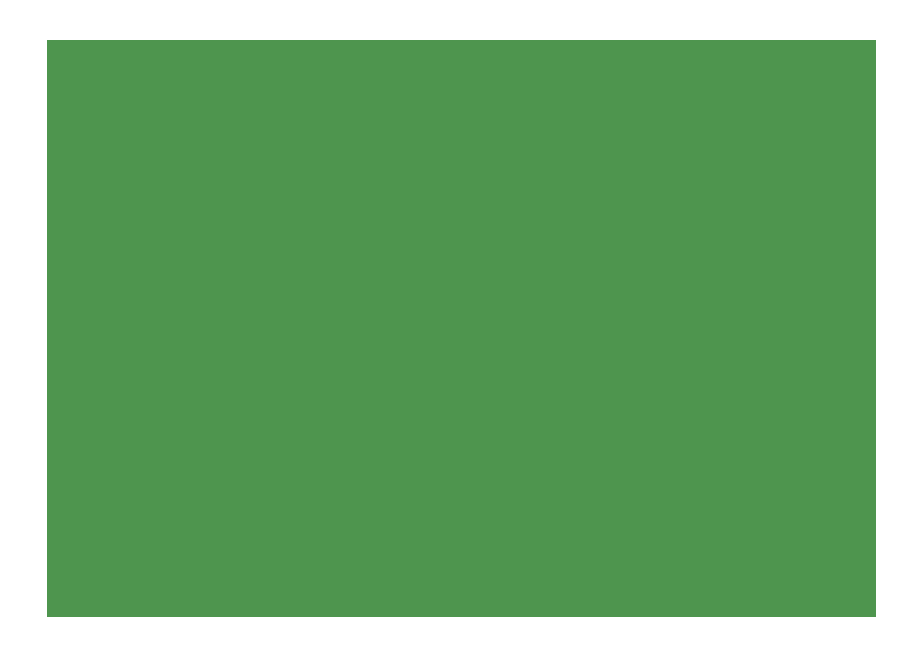
<source format=gbs>
G04 Layer: BottomSolderMaskLayer*
G04 EasyEDA v6.1.51, Wed, 19 Jun 2019 18:44:14 GMT*
G04 e07e6d747a584c628bb32b84df99dd00,dd6e2cb4672846f4b5eb8f4429f9b141,10*
G04 Gerber Generator version 0.2*
G04 Scale: 100 percent, Rotated: No, Reflected: No *
G04 Dimensions in inches *
G04 leading zeros omitted , absolute positions ,2 integer and 4 decimal *
%FSLAX24Y24*%
%MOIN*%
G90*
G70D02*

%ADD23C,0.118236*%
%ADD25C,0.165480*%

%LPD*%
G54D23*
G01X5500Y17125D03*
G01X6500Y18125D03*
G01X6500Y16125D03*
G01X4500Y16125D03*
G01X4500Y18125D03*
G01X2500Y2375D03*
G01X3500Y3375D03*
G01X3500Y1375D03*
G01X1500Y1375D03*
G01X1500Y3375D03*
G01X11125Y17125D03*
G01X12125Y18125D03*
G01X12125Y16125D03*
G01X10125Y16125D03*
G01X10125Y18125D03*
G01X10125Y2375D03*
G01X11125Y3375D03*
G01X11125Y1375D03*
G01X9125Y1375D03*
G01X9125Y3375D03*
G01X16750Y17125D03*
G01X17750Y18125D03*
G01X17750Y16125D03*
G01X15750Y16125D03*
G01X15750Y18125D03*
G01X17750Y2375D03*
G01X18750Y3375D03*
G01X18750Y1375D03*
G01X16750Y1375D03*
G01X16750Y3375D03*
G01X22375Y17125D03*
G01X23375Y18125D03*
G01X23375Y16125D03*
G01X21375Y16125D03*
G01X21375Y18125D03*
G01X25375Y2375D03*
G01X26375Y3375D03*
G01X26375Y1375D03*
G01X24375Y1375D03*
G01X24375Y3375D03*
G54D25*
G01X1500Y12375D03*
G01X6250Y2375D03*
G01X21625Y2375D03*
G01X26500Y12375D03*

%LPD*%
G36*
G01X27750Y19375D02*
G01X125Y19375D01*
G01X125Y125D01*
G01X27750Y125D01*
G01X27750Y19375D01*
G37*

%LPD*%
G36*
G01X27750Y19375D02*
G01X125Y19375D01*
G01X125Y125D01*
G01X27750Y125D01*
G01X27750Y19375D01*
G37*
M00*
M02*

</source>
